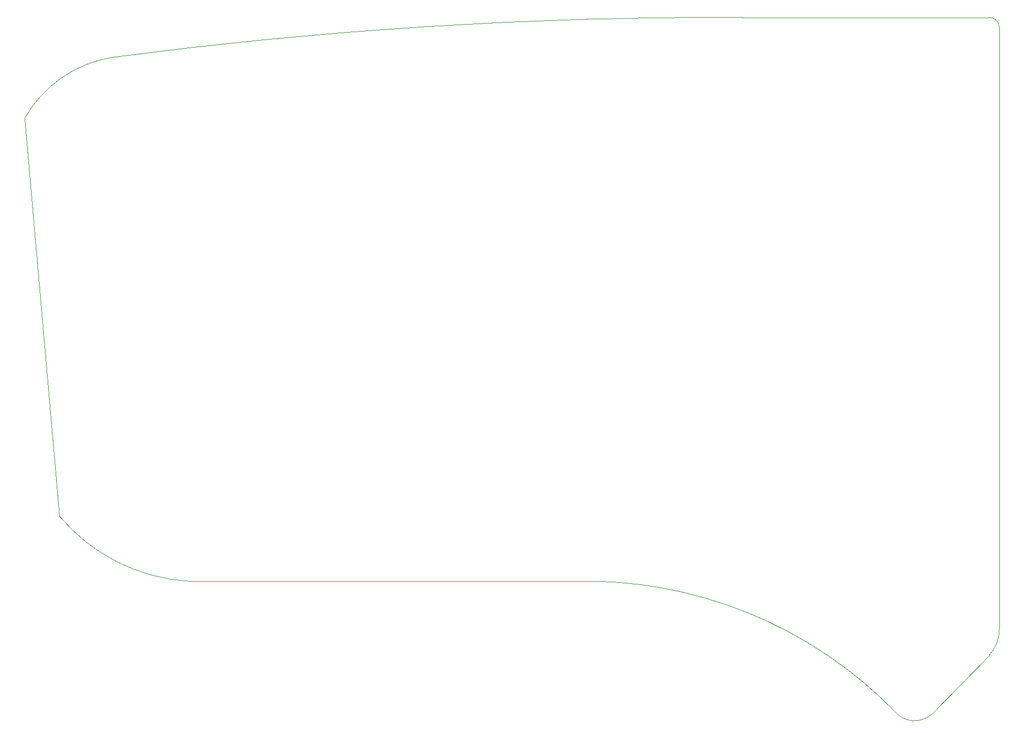
<source format=gm1>
%TF.GenerationSoftware,KiCad,Pcbnew,6.0.0-rc1-unknown-db41769bb9~144~ubuntu20.04.1*%
%TF.CreationDate,2021-12-01T14:16:26+01:00*%
%TF.ProjectId,khada,6b686164-612e-46b6-9963-61645f706362,rev?*%
%TF.SameCoordinates,Original*%
%TF.FileFunction,Profile,NP*%
%FSLAX46Y46*%
G04 Gerber Fmt 4.6, Leading zero omitted, Abs format (unit mm)*
G04 Created by KiCad (PCBNEW 6.0.0-rc1-unknown-db41769bb9~144~ubuntu20.04.1) date 2021-12-01 14:16:26*
%MOMM*%
%LPD*%
G01*
G04 APERTURE LIST*
%TA.AperFunction,Profile*%
%ADD10C,0.050000*%
%TD*%
G04 APERTURE END LIST*
D10*
X205000000Y-50670148D02*
X205000000Y-145796000D01*
X203327000Y-150114000D02*
X194306588Y-159328408D01*
X203327000Y-150114000D02*
G75*
G03*
X205000000Y-145796000I-4641050J4281265D01*
G01*
X137668000Y-138303000D02*
X76658211Y-138303000D01*
X64482867Y-55374967D02*
G75*
G03*
X50800000Y-65024000I3305865J-19213952D01*
G01*
X188413261Y-158882890D02*
G75*
G03*
X137668000Y-138303000I-48976431J-47911583D01*
G01*
X56338211Y-128016000D02*
X50800000Y-65024000D01*
X164278500Y-49022000D02*
G75*
G03*
X64482867Y-55374967I-3737148J-728291715D01*
G01*
X56338211Y-128016000D02*
G75*
G03*
X76658211Y-138303000I22175578J18590976D01*
G01*
X188413261Y-158882890D02*
G75*
G03*
X194306588Y-159328408I3151067J2481100D01*
G01*
X205000000Y-50670148D02*
G75*
G03*
X203327000Y-49022000I-1648332J1D01*
G01*
X164278500Y-49022000D02*
X203327000Y-49022000D01*
M02*

</source>
